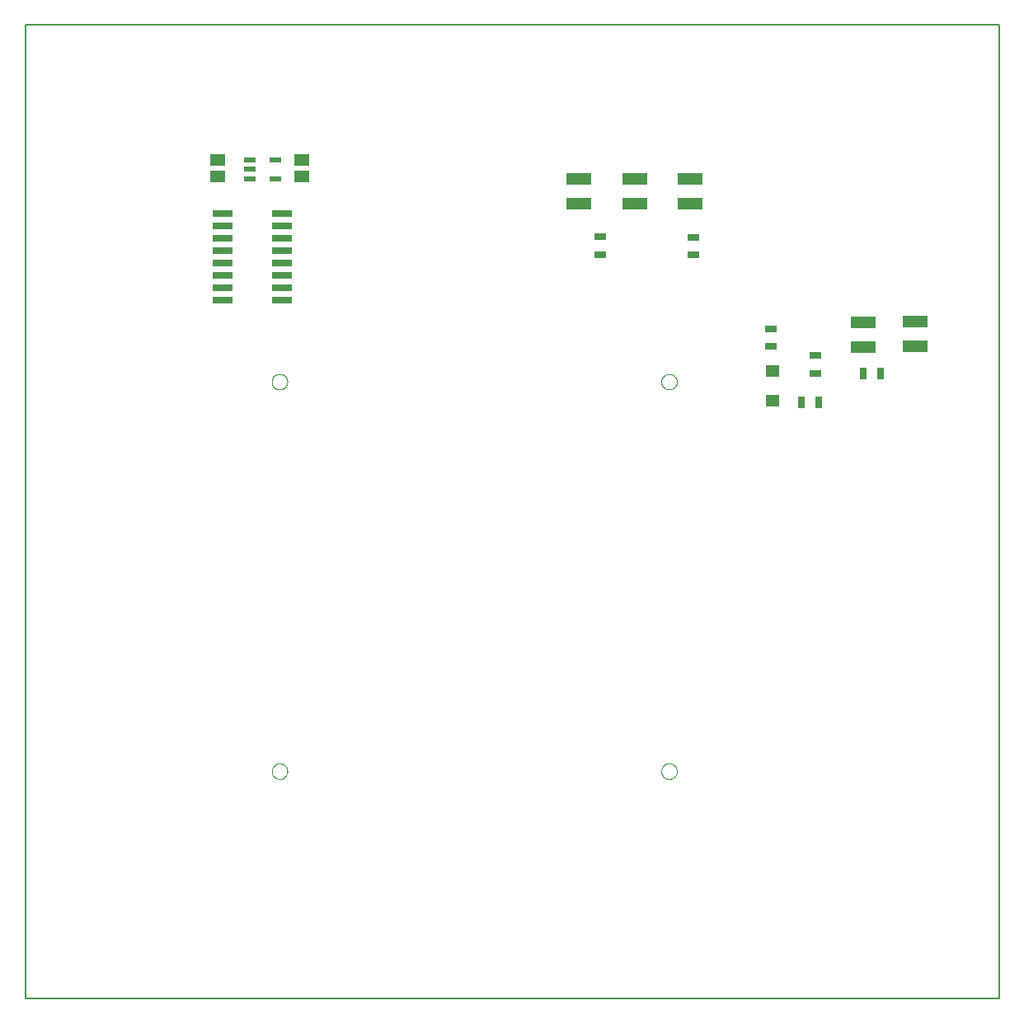
<source format=gtp>
G75*
%MOIN*%
%OFA0B0*%
%FSLAX25Y25*%
%IPPOS*%
%LPD*%
%AMOC8*
5,1,8,0,0,1.08239X$1,22.5*
%
%ADD10C,0.00800*%
%ADD11C,0.00000*%
%ADD12R,0.05906X0.05118*%
%ADD13R,0.05512X0.04724*%
%ADD14R,0.10000X0.05000*%
%ADD15R,0.04724X0.02165*%
%ADD16R,0.08000X0.02600*%
%ADD17R,0.04724X0.03150*%
%ADD18R,0.03150X0.04724*%
D10*
X0075655Y0047033D02*
X0469356Y0047033D01*
X0469356Y0440734D01*
X0075655Y0440734D01*
X0075655Y0047033D01*
D11*
X0175261Y0138962D02*
X0175263Y0139074D01*
X0175269Y0139185D01*
X0175279Y0139297D01*
X0175293Y0139408D01*
X0175310Y0139518D01*
X0175332Y0139628D01*
X0175358Y0139737D01*
X0175387Y0139845D01*
X0175420Y0139951D01*
X0175457Y0140057D01*
X0175498Y0140161D01*
X0175543Y0140264D01*
X0175591Y0140365D01*
X0175642Y0140464D01*
X0175697Y0140561D01*
X0175756Y0140656D01*
X0175817Y0140750D01*
X0175882Y0140841D01*
X0175951Y0140929D01*
X0176022Y0141015D01*
X0176096Y0141099D01*
X0176174Y0141179D01*
X0176254Y0141257D01*
X0176337Y0141333D01*
X0176422Y0141405D01*
X0176510Y0141474D01*
X0176600Y0141540D01*
X0176693Y0141602D01*
X0176788Y0141662D01*
X0176885Y0141718D01*
X0176983Y0141770D01*
X0177084Y0141819D01*
X0177186Y0141864D01*
X0177290Y0141906D01*
X0177395Y0141944D01*
X0177502Y0141978D01*
X0177609Y0142008D01*
X0177718Y0142035D01*
X0177827Y0142057D01*
X0177938Y0142076D01*
X0178048Y0142091D01*
X0178160Y0142102D01*
X0178271Y0142109D01*
X0178383Y0142112D01*
X0178495Y0142111D01*
X0178607Y0142106D01*
X0178718Y0142097D01*
X0178829Y0142084D01*
X0178940Y0142067D01*
X0179050Y0142047D01*
X0179159Y0142022D01*
X0179267Y0141994D01*
X0179374Y0141961D01*
X0179480Y0141925D01*
X0179584Y0141885D01*
X0179687Y0141842D01*
X0179789Y0141795D01*
X0179888Y0141744D01*
X0179986Y0141690D01*
X0180082Y0141632D01*
X0180176Y0141571D01*
X0180267Y0141507D01*
X0180356Y0141440D01*
X0180443Y0141369D01*
X0180527Y0141295D01*
X0180609Y0141219D01*
X0180687Y0141139D01*
X0180763Y0141057D01*
X0180836Y0140972D01*
X0180906Y0140885D01*
X0180972Y0140795D01*
X0181036Y0140703D01*
X0181096Y0140609D01*
X0181153Y0140513D01*
X0181206Y0140414D01*
X0181256Y0140314D01*
X0181302Y0140213D01*
X0181345Y0140109D01*
X0181384Y0140004D01*
X0181419Y0139898D01*
X0181450Y0139791D01*
X0181478Y0139682D01*
X0181501Y0139573D01*
X0181521Y0139463D01*
X0181537Y0139352D01*
X0181549Y0139241D01*
X0181557Y0139130D01*
X0181561Y0139018D01*
X0181561Y0138906D01*
X0181557Y0138794D01*
X0181549Y0138683D01*
X0181537Y0138572D01*
X0181521Y0138461D01*
X0181501Y0138351D01*
X0181478Y0138242D01*
X0181450Y0138133D01*
X0181419Y0138026D01*
X0181384Y0137920D01*
X0181345Y0137815D01*
X0181302Y0137711D01*
X0181256Y0137610D01*
X0181206Y0137510D01*
X0181153Y0137411D01*
X0181096Y0137315D01*
X0181036Y0137221D01*
X0180972Y0137129D01*
X0180906Y0137039D01*
X0180836Y0136952D01*
X0180763Y0136867D01*
X0180687Y0136785D01*
X0180609Y0136705D01*
X0180527Y0136629D01*
X0180443Y0136555D01*
X0180356Y0136484D01*
X0180267Y0136417D01*
X0180176Y0136353D01*
X0180082Y0136292D01*
X0179986Y0136234D01*
X0179888Y0136180D01*
X0179789Y0136129D01*
X0179687Y0136082D01*
X0179584Y0136039D01*
X0179480Y0135999D01*
X0179374Y0135963D01*
X0179267Y0135930D01*
X0179159Y0135902D01*
X0179050Y0135877D01*
X0178940Y0135857D01*
X0178829Y0135840D01*
X0178718Y0135827D01*
X0178607Y0135818D01*
X0178495Y0135813D01*
X0178383Y0135812D01*
X0178271Y0135815D01*
X0178160Y0135822D01*
X0178048Y0135833D01*
X0177938Y0135848D01*
X0177827Y0135867D01*
X0177718Y0135889D01*
X0177609Y0135916D01*
X0177502Y0135946D01*
X0177395Y0135980D01*
X0177290Y0136018D01*
X0177186Y0136060D01*
X0177084Y0136105D01*
X0176983Y0136154D01*
X0176885Y0136206D01*
X0176788Y0136262D01*
X0176693Y0136322D01*
X0176600Y0136384D01*
X0176510Y0136450D01*
X0176422Y0136519D01*
X0176337Y0136591D01*
X0176254Y0136667D01*
X0176174Y0136745D01*
X0176096Y0136825D01*
X0176022Y0136909D01*
X0175951Y0136995D01*
X0175882Y0137083D01*
X0175817Y0137174D01*
X0175756Y0137268D01*
X0175697Y0137363D01*
X0175642Y0137460D01*
X0175591Y0137559D01*
X0175543Y0137660D01*
X0175498Y0137763D01*
X0175457Y0137867D01*
X0175420Y0137973D01*
X0175387Y0138079D01*
X0175358Y0138187D01*
X0175332Y0138296D01*
X0175310Y0138406D01*
X0175293Y0138516D01*
X0175279Y0138627D01*
X0175269Y0138739D01*
X0175263Y0138850D01*
X0175261Y0138962D01*
X0332741Y0138962D02*
X0332743Y0139074D01*
X0332749Y0139185D01*
X0332759Y0139297D01*
X0332773Y0139408D01*
X0332790Y0139518D01*
X0332812Y0139628D01*
X0332838Y0139737D01*
X0332867Y0139845D01*
X0332900Y0139951D01*
X0332937Y0140057D01*
X0332978Y0140161D01*
X0333023Y0140264D01*
X0333071Y0140365D01*
X0333122Y0140464D01*
X0333177Y0140561D01*
X0333236Y0140656D01*
X0333297Y0140750D01*
X0333362Y0140841D01*
X0333431Y0140929D01*
X0333502Y0141015D01*
X0333576Y0141099D01*
X0333654Y0141179D01*
X0333734Y0141257D01*
X0333817Y0141333D01*
X0333902Y0141405D01*
X0333990Y0141474D01*
X0334080Y0141540D01*
X0334173Y0141602D01*
X0334268Y0141662D01*
X0334365Y0141718D01*
X0334463Y0141770D01*
X0334564Y0141819D01*
X0334666Y0141864D01*
X0334770Y0141906D01*
X0334875Y0141944D01*
X0334982Y0141978D01*
X0335089Y0142008D01*
X0335198Y0142035D01*
X0335307Y0142057D01*
X0335418Y0142076D01*
X0335528Y0142091D01*
X0335640Y0142102D01*
X0335751Y0142109D01*
X0335863Y0142112D01*
X0335975Y0142111D01*
X0336087Y0142106D01*
X0336198Y0142097D01*
X0336309Y0142084D01*
X0336420Y0142067D01*
X0336530Y0142047D01*
X0336639Y0142022D01*
X0336747Y0141994D01*
X0336854Y0141961D01*
X0336960Y0141925D01*
X0337064Y0141885D01*
X0337167Y0141842D01*
X0337269Y0141795D01*
X0337368Y0141744D01*
X0337466Y0141690D01*
X0337562Y0141632D01*
X0337656Y0141571D01*
X0337747Y0141507D01*
X0337836Y0141440D01*
X0337923Y0141369D01*
X0338007Y0141295D01*
X0338089Y0141219D01*
X0338167Y0141139D01*
X0338243Y0141057D01*
X0338316Y0140972D01*
X0338386Y0140885D01*
X0338452Y0140795D01*
X0338516Y0140703D01*
X0338576Y0140609D01*
X0338633Y0140513D01*
X0338686Y0140414D01*
X0338736Y0140314D01*
X0338782Y0140213D01*
X0338825Y0140109D01*
X0338864Y0140004D01*
X0338899Y0139898D01*
X0338930Y0139791D01*
X0338958Y0139682D01*
X0338981Y0139573D01*
X0339001Y0139463D01*
X0339017Y0139352D01*
X0339029Y0139241D01*
X0339037Y0139130D01*
X0339041Y0139018D01*
X0339041Y0138906D01*
X0339037Y0138794D01*
X0339029Y0138683D01*
X0339017Y0138572D01*
X0339001Y0138461D01*
X0338981Y0138351D01*
X0338958Y0138242D01*
X0338930Y0138133D01*
X0338899Y0138026D01*
X0338864Y0137920D01*
X0338825Y0137815D01*
X0338782Y0137711D01*
X0338736Y0137610D01*
X0338686Y0137510D01*
X0338633Y0137411D01*
X0338576Y0137315D01*
X0338516Y0137221D01*
X0338452Y0137129D01*
X0338386Y0137039D01*
X0338316Y0136952D01*
X0338243Y0136867D01*
X0338167Y0136785D01*
X0338089Y0136705D01*
X0338007Y0136629D01*
X0337923Y0136555D01*
X0337836Y0136484D01*
X0337747Y0136417D01*
X0337656Y0136353D01*
X0337562Y0136292D01*
X0337466Y0136234D01*
X0337368Y0136180D01*
X0337269Y0136129D01*
X0337167Y0136082D01*
X0337064Y0136039D01*
X0336960Y0135999D01*
X0336854Y0135963D01*
X0336747Y0135930D01*
X0336639Y0135902D01*
X0336530Y0135877D01*
X0336420Y0135857D01*
X0336309Y0135840D01*
X0336198Y0135827D01*
X0336087Y0135818D01*
X0335975Y0135813D01*
X0335863Y0135812D01*
X0335751Y0135815D01*
X0335640Y0135822D01*
X0335528Y0135833D01*
X0335418Y0135848D01*
X0335307Y0135867D01*
X0335198Y0135889D01*
X0335089Y0135916D01*
X0334982Y0135946D01*
X0334875Y0135980D01*
X0334770Y0136018D01*
X0334666Y0136060D01*
X0334564Y0136105D01*
X0334463Y0136154D01*
X0334365Y0136206D01*
X0334268Y0136262D01*
X0334173Y0136322D01*
X0334080Y0136384D01*
X0333990Y0136450D01*
X0333902Y0136519D01*
X0333817Y0136591D01*
X0333734Y0136667D01*
X0333654Y0136745D01*
X0333576Y0136825D01*
X0333502Y0136909D01*
X0333431Y0136995D01*
X0333362Y0137083D01*
X0333297Y0137174D01*
X0333236Y0137268D01*
X0333177Y0137363D01*
X0333122Y0137460D01*
X0333071Y0137559D01*
X0333023Y0137660D01*
X0332978Y0137763D01*
X0332937Y0137867D01*
X0332900Y0137973D01*
X0332867Y0138079D01*
X0332838Y0138187D01*
X0332812Y0138296D01*
X0332790Y0138406D01*
X0332773Y0138516D01*
X0332759Y0138627D01*
X0332749Y0138739D01*
X0332743Y0138850D01*
X0332741Y0138962D01*
X0332741Y0296443D02*
X0332743Y0296555D01*
X0332749Y0296666D01*
X0332759Y0296778D01*
X0332773Y0296889D01*
X0332790Y0296999D01*
X0332812Y0297109D01*
X0332838Y0297218D01*
X0332867Y0297326D01*
X0332900Y0297432D01*
X0332937Y0297538D01*
X0332978Y0297642D01*
X0333023Y0297745D01*
X0333071Y0297846D01*
X0333122Y0297945D01*
X0333177Y0298042D01*
X0333236Y0298137D01*
X0333297Y0298231D01*
X0333362Y0298322D01*
X0333431Y0298410D01*
X0333502Y0298496D01*
X0333576Y0298580D01*
X0333654Y0298660D01*
X0333734Y0298738D01*
X0333817Y0298814D01*
X0333902Y0298886D01*
X0333990Y0298955D01*
X0334080Y0299021D01*
X0334173Y0299083D01*
X0334268Y0299143D01*
X0334365Y0299199D01*
X0334463Y0299251D01*
X0334564Y0299300D01*
X0334666Y0299345D01*
X0334770Y0299387D01*
X0334875Y0299425D01*
X0334982Y0299459D01*
X0335089Y0299489D01*
X0335198Y0299516D01*
X0335307Y0299538D01*
X0335418Y0299557D01*
X0335528Y0299572D01*
X0335640Y0299583D01*
X0335751Y0299590D01*
X0335863Y0299593D01*
X0335975Y0299592D01*
X0336087Y0299587D01*
X0336198Y0299578D01*
X0336309Y0299565D01*
X0336420Y0299548D01*
X0336530Y0299528D01*
X0336639Y0299503D01*
X0336747Y0299475D01*
X0336854Y0299442D01*
X0336960Y0299406D01*
X0337064Y0299366D01*
X0337167Y0299323D01*
X0337269Y0299276D01*
X0337368Y0299225D01*
X0337466Y0299171D01*
X0337562Y0299113D01*
X0337656Y0299052D01*
X0337747Y0298988D01*
X0337836Y0298921D01*
X0337923Y0298850D01*
X0338007Y0298776D01*
X0338089Y0298700D01*
X0338167Y0298620D01*
X0338243Y0298538D01*
X0338316Y0298453D01*
X0338386Y0298366D01*
X0338452Y0298276D01*
X0338516Y0298184D01*
X0338576Y0298090D01*
X0338633Y0297994D01*
X0338686Y0297895D01*
X0338736Y0297795D01*
X0338782Y0297694D01*
X0338825Y0297590D01*
X0338864Y0297485D01*
X0338899Y0297379D01*
X0338930Y0297272D01*
X0338958Y0297163D01*
X0338981Y0297054D01*
X0339001Y0296944D01*
X0339017Y0296833D01*
X0339029Y0296722D01*
X0339037Y0296611D01*
X0339041Y0296499D01*
X0339041Y0296387D01*
X0339037Y0296275D01*
X0339029Y0296164D01*
X0339017Y0296053D01*
X0339001Y0295942D01*
X0338981Y0295832D01*
X0338958Y0295723D01*
X0338930Y0295614D01*
X0338899Y0295507D01*
X0338864Y0295401D01*
X0338825Y0295296D01*
X0338782Y0295192D01*
X0338736Y0295091D01*
X0338686Y0294991D01*
X0338633Y0294892D01*
X0338576Y0294796D01*
X0338516Y0294702D01*
X0338452Y0294610D01*
X0338386Y0294520D01*
X0338316Y0294433D01*
X0338243Y0294348D01*
X0338167Y0294266D01*
X0338089Y0294186D01*
X0338007Y0294110D01*
X0337923Y0294036D01*
X0337836Y0293965D01*
X0337747Y0293898D01*
X0337656Y0293834D01*
X0337562Y0293773D01*
X0337466Y0293715D01*
X0337368Y0293661D01*
X0337269Y0293610D01*
X0337167Y0293563D01*
X0337064Y0293520D01*
X0336960Y0293480D01*
X0336854Y0293444D01*
X0336747Y0293411D01*
X0336639Y0293383D01*
X0336530Y0293358D01*
X0336420Y0293338D01*
X0336309Y0293321D01*
X0336198Y0293308D01*
X0336087Y0293299D01*
X0335975Y0293294D01*
X0335863Y0293293D01*
X0335751Y0293296D01*
X0335640Y0293303D01*
X0335528Y0293314D01*
X0335418Y0293329D01*
X0335307Y0293348D01*
X0335198Y0293370D01*
X0335089Y0293397D01*
X0334982Y0293427D01*
X0334875Y0293461D01*
X0334770Y0293499D01*
X0334666Y0293541D01*
X0334564Y0293586D01*
X0334463Y0293635D01*
X0334365Y0293687D01*
X0334268Y0293743D01*
X0334173Y0293803D01*
X0334080Y0293865D01*
X0333990Y0293931D01*
X0333902Y0294000D01*
X0333817Y0294072D01*
X0333734Y0294148D01*
X0333654Y0294226D01*
X0333576Y0294306D01*
X0333502Y0294390D01*
X0333431Y0294476D01*
X0333362Y0294564D01*
X0333297Y0294655D01*
X0333236Y0294749D01*
X0333177Y0294844D01*
X0333122Y0294941D01*
X0333071Y0295040D01*
X0333023Y0295141D01*
X0332978Y0295244D01*
X0332937Y0295348D01*
X0332900Y0295454D01*
X0332867Y0295560D01*
X0332838Y0295668D01*
X0332812Y0295777D01*
X0332790Y0295887D01*
X0332773Y0295997D01*
X0332759Y0296108D01*
X0332749Y0296220D01*
X0332743Y0296331D01*
X0332741Y0296443D01*
X0175261Y0296443D02*
X0175263Y0296555D01*
X0175269Y0296666D01*
X0175279Y0296778D01*
X0175293Y0296889D01*
X0175310Y0296999D01*
X0175332Y0297109D01*
X0175358Y0297218D01*
X0175387Y0297326D01*
X0175420Y0297432D01*
X0175457Y0297538D01*
X0175498Y0297642D01*
X0175543Y0297745D01*
X0175591Y0297846D01*
X0175642Y0297945D01*
X0175697Y0298042D01*
X0175756Y0298137D01*
X0175817Y0298231D01*
X0175882Y0298322D01*
X0175951Y0298410D01*
X0176022Y0298496D01*
X0176096Y0298580D01*
X0176174Y0298660D01*
X0176254Y0298738D01*
X0176337Y0298814D01*
X0176422Y0298886D01*
X0176510Y0298955D01*
X0176600Y0299021D01*
X0176693Y0299083D01*
X0176788Y0299143D01*
X0176885Y0299199D01*
X0176983Y0299251D01*
X0177084Y0299300D01*
X0177186Y0299345D01*
X0177290Y0299387D01*
X0177395Y0299425D01*
X0177502Y0299459D01*
X0177609Y0299489D01*
X0177718Y0299516D01*
X0177827Y0299538D01*
X0177938Y0299557D01*
X0178048Y0299572D01*
X0178160Y0299583D01*
X0178271Y0299590D01*
X0178383Y0299593D01*
X0178495Y0299592D01*
X0178607Y0299587D01*
X0178718Y0299578D01*
X0178829Y0299565D01*
X0178940Y0299548D01*
X0179050Y0299528D01*
X0179159Y0299503D01*
X0179267Y0299475D01*
X0179374Y0299442D01*
X0179480Y0299406D01*
X0179584Y0299366D01*
X0179687Y0299323D01*
X0179789Y0299276D01*
X0179888Y0299225D01*
X0179986Y0299171D01*
X0180082Y0299113D01*
X0180176Y0299052D01*
X0180267Y0298988D01*
X0180356Y0298921D01*
X0180443Y0298850D01*
X0180527Y0298776D01*
X0180609Y0298700D01*
X0180687Y0298620D01*
X0180763Y0298538D01*
X0180836Y0298453D01*
X0180906Y0298366D01*
X0180972Y0298276D01*
X0181036Y0298184D01*
X0181096Y0298090D01*
X0181153Y0297994D01*
X0181206Y0297895D01*
X0181256Y0297795D01*
X0181302Y0297694D01*
X0181345Y0297590D01*
X0181384Y0297485D01*
X0181419Y0297379D01*
X0181450Y0297272D01*
X0181478Y0297163D01*
X0181501Y0297054D01*
X0181521Y0296944D01*
X0181537Y0296833D01*
X0181549Y0296722D01*
X0181557Y0296611D01*
X0181561Y0296499D01*
X0181561Y0296387D01*
X0181557Y0296275D01*
X0181549Y0296164D01*
X0181537Y0296053D01*
X0181521Y0295942D01*
X0181501Y0295832D01*
X0181478Y0295723D01*
X0181450Y0295614D01*
X0181419Y0295507D01*
X0181384Y0295401D01*
X0181345Y0295296D01*
X0181302Y0295192D01*
X0181256Y0295091D01*
X0181206Y0294991D01*
X0181153Y0294892D01*
X0181096Y0294796D01*
X0181036Y0294702D01*
X0180972Y0294610D01*
X0180906Y0294520D01*
X0180836Y0294433D01*
X0180763Y0294348D01*
X0180687Y0294266D01*
X0180609Y0294186D01*
X0180527Y0294110D01*
X0180443Y0294036D01*
X0180356Y0293965D01*
X0180267Y0293898D01*
X0180176Y0293834D01*
X0180082Y0293773D01*
X0179986Y0293715D01*
X0179888Y0293661D01*
X0179789Y0293610D01*
X0179687Y0293563D01*
X0179584Y0293520D01*
X0179480Y0293480D01*
X0179374Y0293444D01*
X0179267Y0293411D01*
X0179159Y0293383D01*
X0179050Y0293358D01*
X0178940Y0293338D01*
X0178829Y0293321D01*
X0178718Y0293308D01*
X0178607Y0293299D01*
X0178495Y0293294D01*
X0178383Y0293293D01*
X0178271Y0293296D01*
X0178160Y0293303D01*
X0178048Y0293314D01*
X0177938Y0293329D01*
X0177827Y0293348D01*
X0177718Y0293370D01*
X0177609Y0293397D01*
X0177502Y0293427D01*
X0177395Y0293461D01*
X0177290Y0293499D01*
X0177186Y0293541D01*
X0177084Y0293586D01*
X0176983Y0293635D01*
X0176885Y0293687D01*
X0176788Y0293743D01*
X0176693Y0293803D01*
X0176600Y0293865D01*
X0176510Y0293931D01*
X0176422Y0294000D01*
X0176337Y0294072D01*
X0176254Y0294148D01*
X0176174Y0294226D01*
X0176096Y0294306D01*
X0176022Y0294390D01*
X0175951Y0294476D01*
X0175882Y0294564D01*
X0175817Y0294655D01*
X0175756Y0294749D01*
X0175697Y0294844D01*
X0175642Y0294941D01*
X0175591Y0295040D01*
X0175543Y0295141D01*
X0175498Y0295244D01*
X0175457Y0295348D01*
X0175420Y0295454D01*
X0175387Y0295560D01*
X0175358Y0295668D01*
X0175332Y0295777D01*
X0175310Y0295887D01*
X0175293Y0295997D01*
X0175279Y0296108D01*
X0175269Y0296220D01*
X0175263Y0296331D01*
X0175261Y0296443D01*
D12*
X0187348Y0379277D03*
X0187348Y0385970D03*
X0153332Y0385970D03*
X0153332Y0379277D03*
D13*
X0377584Y0300616D03*
X0377584Y0288805D03*
D14*
X0414435Y0310419D03*
X0414435Y0320419D03*
X0435419Y0320931D03*
X0435419Y0310931D03*
X0344474Y0368411D03*
X0344474Y0378411D03*
X0321954Y0378529D03*
X0321954Y0368529D03*
X0299317Y0368293D03*
X0299317Y0378293D03*
D15*
X0176777Y0378549D03*
X0176777Y0386029D03*
X0166541Y0386029D03*
X0166541Y0382289D03*
X0166541Y0378549D03*
D16*
X0155346Y0364336D03*
X0155346Y0359336D03*
X0155346Y0354336D03*
X0155346Y0349336D03*
X0155346Y0344336D03*
X0155346Y0339336D03*
X0155346Y0334336D03*
X0155346Y0329336D03*
X0179546Y0329336D03*
X0179546Y0334336D03*
X0179546Y0339336D03*
X0179546Y0344336D03*
X0179546Y0349336D03*
X0179546Y0354336D03*
X0179546Y0359336D03*
X0179546Y0364336D03*
D17*
X0308057Y0354966D03*
X0308057Y0347879D03*
X0345734Y0347840D03*
X0345734Y0354926D03*
X0377072Y0317860D03*
X0377072Y0310773D03*
X0395143Y0306954D03*
X0395143Y0299868D03*
D18*
X0396443Y0287939D03*
X0389356Y0287939D03*
X0414317Y0299828D03*
X0421403Y0299828D03*
M02*

</source>
